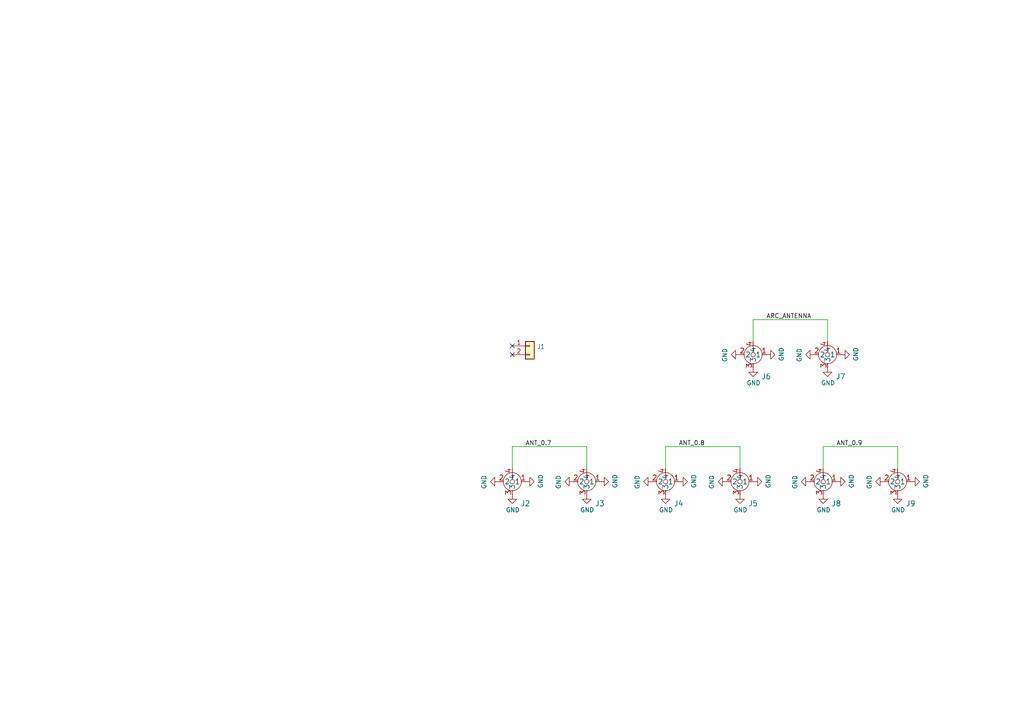
<source format=kicad_sch>
(kicad_sch (version 20211123) (generator eeschema)
  (paper "A4")
  (title_block (title "Pixels D20 Schematic, Main") (date "2021-06-23") (rev "2") (company "Systemic Games, LLC"))
  (lib_symbols
    (symbol "Connector_Generic:Conn_01x02" (pin_names (offset 1.016) hide)
      (property "Reference" "J" (at 0 2.54 0))
      (property "Value" "Conn_01x02" (at 0 -5.08 0))
      (symbol "Conn_01x02_1_1"
        (rectangle (start -1.27 -2.413) (end 0 -2.667) (stroke (width 0.1524)))
        (rectangle (start -1.27 0.127) (end 0 -0.127) (stroke (width 0.1524)))
        (rectangle (start -1.27 1.27) (end 1.27 -3.81) (stroke (width 0.254)) (fill (type background)))
        (pin passive line (at -5.08 0 0) (length 3.81) (name "Pin_1") (number "1"))
        (pin passive line (at -5.08 -2.54 0) (length 3.81) (name "Pin_2") (number "2"))
      )
    )
    (symbol "MFH3.RECE.20369.001E.01:RECE.20369.001E.01" (pin_names (offset 0.254))
      (property "Reference" "J" (at 31.75 -3.81 0))
      (property "Value" "RECE.20369.001E.01" (at 41.91 5.08 0))
      (symbol "RECE.20369.001E.01_1_1"
        (polyline (pts (xy 30.48 0) (xy 28.575 0)))
        (circle (center 27.94 0) (radius 0.635))
        (circle (center 27.94 0) (radius 2.6182))
        (pin unspecified line (at 27.94 -3.81 90) (length 1.27) (name "1") (number "1"))
        (pin unspecified line (at 27.94 3.81 270) (length 1.27) (name "2") (number "2"))
        (pin unspecified line (at 24.13 0 0) (length 1.27) (name "3") (number "3"))
        (pin unspecified line (at 31.75 0 180) (length 1.27) (name "4") (number "4"))
      )
    )
    (symbol "power:GND" (power) (pin_names (offset 0))
      (property "Value" "GND" (at 0 -3.81 0))
      (symbol "GND_0_1"
        (polyline (pts (xy 0 0) (xy 0 -1.27) (xy 1.27 -1.27) (xy 0 -2.54) (xy -1.27 -1.27) (xy 0 -1.27)))
      )
      (symbol "GND_1_1"
        (pin power_in line (at 0 0 270) (length 0) hide (name "GND") (number "1"))
      )
    )
  )
  (no_connect (at 148.59 100.33))
  (no_connect (at 148.59 102.87))
  (wire (pts (xy 238.76 129.54) (xy 260.35 129.54)))
  (wire (pts (xy 148.59 129.54) (xy 148.59 135.89)))
  (wire (pts (xy 260.35 129.54) (xy 260.35 135.89)))
  (wire (pts (xy 240.03 92.71) (xy 240.03 99.06)))
  (wire (pts (xy 148.59 129.54) (xy 170.18 129.54)))
  (wire (pts (xy 218.44 92.71) (xy 218.44 99.06)))
  (wire (pts (xy 238.76 129.54) (xy 238.76 135.89)))
  (wire (pts (xy 193.04 129.54) (xy 193.04 135.89)))
  (wire (pts (xy 218.44 92.71) (xy 240.03 92.71)))
  (wire (pts (xy 193.04 129.54) (xy 214.63 129.54)))
  (wire (pts (xy 170.18 129.54) (xy 170.18 135.89)))
  (wire (pts (xy 214.63 129.54) (xy 214.63 135.89)))
  (label "ANT_0.7" (at 152.4 129.54 0))
  (label "ARC_ANTENNA" (at 222.25 92.71 0))
  (label "ANT_0.9" (at 242.57 129.54 0))
  (label "ANT_0.8" (at 196.85 129.54 0))
  (symbol (lib_id "MFH3.RECE.20369.001E.01:RECE.20369.001E.01") (at 170.18 167.64 90) (unit 1)
    (property "Reference" "J3" (at 173.99 146.05 90) (effects (font (size 1.524 1.524))))
    (property "Value" "RECE.20369.001E.01" (effects hide))
    (property "Footprint" "RFFrontEnd:MFH3.RECE.20369.001E.01" (effects hide))
  )
  (symbol (lib_id "power:GND") (at 242.57 139.7 90) (unit 1)
    (property "Reference" "#PWR010" (effects hide))
    (property "Value" "GND" (at 246.9642 139.573 0))
  )
  (symbol (lib_id "MFH3.RECE.20369.001E.01:RECE.20369.001E.01") (at 260.35 167.64 90) (unit 1)
    (property "Reference" "J9" (at 264.16 146.05 90) (effects (font (size 1.524 1.524))))
    (property "Value" "RECE.20369.001E.01" (effects hide))
    (property "Footprint" "RFFrontEnd:MFH3.RECE.20369.001E.01" (effects hide))
  )
  (symbol (lib_id "power:GND") (at 240.03 106.68 0) (unit 1)
    (property "Reference" "#PWR064" (effects hide))
    (property "Value" "GND" (at 240.157 111.0742 0))
  )
  (symbol (lib_id "power:GND") (at 243.84 102.87 90) (unit 1)
    (property "Reference" "#PWR062" (effects hide))
    (property "Value" "GND" (at 248.2342 102.743 0))
  )
  (symbol (lib_id "power:GND") (at 222.25 102.87 90) (unit 1)
    (property "Reference" "#PWR0144" (effects hide))
    (property "Value" "GND" (at 226.6442 102.743 0))
  )
  (symbol (lib_id "MFH3.RECE.20369.001E.01:RECE.20369.001E.01") (at 240.03 130.81 90) (unit 1)
    (property "Reference" "J7" (at 243.84 109.22 90) (effects (font (size 1.524 1.524))))
    (property "Value" "RECE.20369.001E.01" (effects hide))
    (property "Footprint" "RFFrontEnd:MFH3.RECE.20369.001E.01" (effects hide))
  )
  (symbol (lib_id "power:GND") (at 256.54 139.7 270) (unit 1)
    (property "Reference" "#PWR011" (effects hide))
    (property "Value" "GND" (at 252.1458 139.827 0))
  )
  (symbol (lib_id "power:GND") (at 189.23 139.7 270) (unit 1)
    (property "Reference" "#PWR05" (effects hide))
    (property "Value" "GND" (at 184.8358 139.827 0))
  )
  (symbol (lib_id "power:GND") (at 196.85 139.7 90) (unit 1)
    (property "Reference" "#PWR06" (effects hide))
    (property "Value" "GND" (at 201.2442 139.573 0))
  )
  (symbol (lib_id "power:GND") (at 234.95 139.7 270) (unit 1)
    (property "Reference" "#PWR09" (effects hide))
    (property "Value" "GND" (at 230.5558 139.827 0))
  )
  (symbol (lib_id "power:GND") (at 218.44 106.68 0) (unit 1)
    (property "Reference" "#PWR0145" (effects hide))
    (property "Value" "GND" (at 218.567 111.0742 0))
  )
  (symbol (lib_id "power:GND") (at 173.99 139.7 90) (unit 1)
    (property "Reference" "#PWR04" (effects hide))
    (property "Value" "GND" (at 178.3842 139.573 0))
  )
  (symbol (lib_id "power:GND") (at 260.35 143.51 0) (unit 1)
    (property "Reference" "#PWR018" (effects hide))
    (property "Value" "GND" (at 260.477 147.9042 0))
  )
  (symbol (lib_id "power:GND") (at 148.59 143.51 0) (unit 1)
    (property "Reference" "#PWR013" (effects hide))
    (property "Value" "GND" (at 148.717 147.9042 0))
  )
  (symbol (lib_id "Connector_Generic:Conn_01x02") (at 153.67 100.33 0) (unit 1)
    (property "Reference" "J1" (at 155.702 100.5332 0) (effects (justify left)))
    (property "Value" "Conn_01x02" (effects hide))
    (property "Footprint" "Pixels-dice:Hongjie 10100 Connector" (effects hide))
    (property "Generic OK" "N/A" (effects hide))
  )
  (symbol (lib_id "power:GND") (at 166.37 139.7 270) (unit 1)
    (property "Reference" "#PWR03" (effects hide))
    (property "Value" "GND" (at 161.9758 139.827 0))
  )
  (symbol (lib_id "MFH3.RECE.20369.001E.01:RECE.20369.001E.01") (at 214.63 167.64 90) (unit 1)
    (property "Reference" "J5" (at 218.44 146.05 90) (effects (font (size 1.524 1.524))))
    (property "Value" "RECE.20369.001E.01" (effects hide))
    (property "Footprint" "RFFrontEnd:MFH3.RECE.20369.001E.01" (effects hide))
  )
  (symbol (lib_id "MFH3.RECE.20369.001E.01:RECE.20369.001E.01") (at 218.44 130.81 90) (unit 1)
    (property "Reference" "J6" (at 222.25 109.22 90) (effects (font (size 1.524 1.524))))
    (property "Value" "RECE.20369.001E.01" (effects hide))
    (property "Footprint" "RFFrontEnd:MFH3.RECE.20369.001E.01" (effects hide))
  )
  (symbol (lib_id "power:GND") (at 144.78 139.7 270) (unit 1)
    (property "Reference" "#PWR01" (effects hide))
    (property "Value" "GND" (at 140.3858 139.827 0))
  )
  (symbol (lib_id "power:GND") (at 214.63 143.51 0) (unit 1)
    (property "Reference" "#PWR016" (effects hide))
    (property "Value" "GND" (at 214.757 147.9042 0))
  )
  (symbol (lib_id "power:GND") (at 238.76 143.51 0) (unit 1)
    (property "Reference" "#PWR017" (effects hide))
    (property "Value" "GND" (at 238.887 147.9042 0))
  )
  (symbol (lib_id "power:GND") (at 152.4 139.7 90) (unit 1)
    (property "Reference" "#PWR02" (effects hide))
    (property "Value" "GND" (at 156.7942 139.573 0))
  )
  (symbol (lib_id "power:GND") (at 214.63 102.87 270) (unit 1)
    (property "Reference" "#PWR0146" (effects hide))
    (property "Value" "GND" (at 210.2358 102.997 0))
  )
  (symbol (lib_id "power:GND") (at 264.16 139.7 90) (unit 1)
    (property "Reference" "#PWR012" (effects hide))
    (property "Value" "GND" (at 268.5542 139.573 0))
  )
  (symbol (lib_id "MFH3.RECE.20369.001E.01:RECE.20369.001E.01") (at 238.76 167.64 90) (unit 1)
    (property "Reference" "J8" (at 242.57 146.05 90) (effects (font (size 1.524 1.524))))
    (property "Value" "RECE.20369.001E.01" (effects hide))
    (property "Footprint" "RFFrontEnd:MFH3.RECE.20369.001E.01" (effects hide))
  )
  (symbol (lib_id "power:GND") (at 236.22 102.87 270) (unit 1)
    (property "Reference" "#PWR061" (effects hide))
    (property "Value" "GND" (at 231.8258 102.997 0))
  )
  (symbol (lib_id "MFH3.RECE.20369.001E.01:RECE.20369.001E.01") (at 148.59 167.64 90) (unit 1)
    (property "Reference" "J2" (at 152.4 146.05 90) (effects (font (size 1.524 1.524))))
    (property "Value" "RECE.20369.001E.01" (effects hide))
    (property "Footprint" "RFFrontEnd:MFH3.RECE.20369.001E.01" (effects hide))
  )
  (symbol (lib_id "power:GND") (at 193.04 143.51 0) (unit 1)
    (property "Reference" "#PWR015" (effects hide))
    (property "Value" "GND" (at 193.167 147.9042 0))
  )
  (symbol (lib_id "power:GND") (at 218.44 139.7 90) (unit 1)
    (property "Reference" "#PWR08" (effects hide))
    (property "Value" "GND" (at 222.8342 139.573 0))
  )
  (symbol (lib_id "MFH3.RECE.20369.001E.01:RECE.20369.001E.01") (at 193.04 167.64 90) (unit 1)
    (property "Reference" "J4" (at 196.85 146.05 90) (effects (font (size 1.524 1.524))))
    (property "Value" "RECE.20369.001E.01" (effects hide))
    (property "Footprint" "RFFrontEnd:MFH3.RECE.20369.001E.01" (effects hide))
  )
  (symbol (lib_id "power:GND") (at 210.82 139.7 270) (unit 1)
    (property "Reference" "#PWR07" (effects hide))
    (property "Value" "GND" (at 206.4258 139.827 0))
  )
  (symbol (lib_id "power:GND") (at 170.18 143.51 0) (unit 1)
    (property "Reference" "#PWR014" (effects hide))
    (property "Value" "GND" (at 170.307 147.9042 0))
  )
)
</source>
